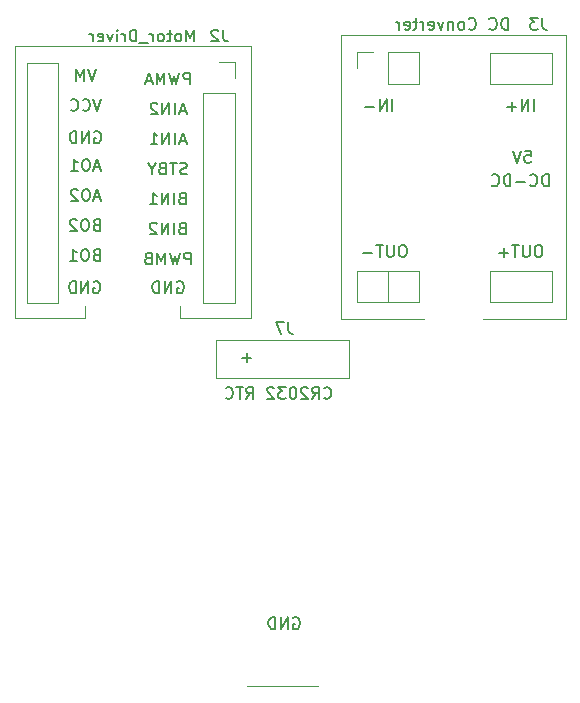
<source format=gbr>
%TF.GenerationSoftware,KiCad,Pcbnew,(6.0.4)*%
%TF.CreationDate,2022-05-12T17:17:44+09:00*%
%TF.ProjectId,0506,30353036-2e6b-4696-9361-645f70636258,rev?*%
%TF.SameCoordinates,Original*%
%TF.FileFunction,Legend,Bot*%
%TF.FilePolarity,Positive*%
%FSLAX46Y46*%
G04 Gerber Fmt 4.6, Leading zero omitted, Abs format (unit mm)*
G04 Created by KiCad (PCBNEW (6.0.4)) date 2022-05-12 17:17:44*
%MOMM*%
%LPD*%
G01*
G04 APERTURE LIST*
%ADD10C,0.150000*%
%ADD11C,0.120000*%
G04 APERTURE END LIST*
D10*
X133861904Y-82050000D02*
X133957142Y-82002380D01*
X134100000Y-82002380D01*
X134242857Y-82050000D01*
X134338095Y-82145238D01*
X134385714Y-82240476D01*
X134433333Y-82430952D01*
X134433333Y-82573809D01*
X134385714Y-82764285D01*
X134338095Y-82859523D01*
X134242857Y-82954761D01*
X134100000Y-83002380D01*
X134004761Y-83002380D01*
X133861904Y-82954761D01*
X133814285Y-82907142D01*
X133814285Y-82573809D01*
X134004761Y-82573809D01*
X133385714Y-83002380D02*
X133385714Y-82002380D01*
X132814285Y-83002380D01*
X132814285Y-82002380D01*
X132338095Y-83002380D02*
X132338095Y-82002380D01*
X132100000Y-82002380D01*
X131957142Y-82050000D01*
X131861904Y-82145238D01*
X131814285Y-82240476D01*
X131766666Y-82430952D01*
X131766666Y-82573809D01*
X131814285Y-82764285D01*
X131861904Y-82859523D01*
X131957142Y-82954761D01*
X132100000Y-83002380D01*
X132338095Y-83002380D01*
X150748904Y-110498000D02*
X150844142Y-110450380D01*
X150987000Y-110450380D01*
X151129857Y-110498000D01*
X151225095Y-110593238D01*
X151272714Y-110688476D01*
X151320333Y-110878952D01*
X151320333Y-111021809D01*
X151272714Y-111212285D01*
X151225095Y-111307523D01*
X151129857Y-111402761D01*
X150987000Y-111450380D01*
X150891761Y-111450380D01*
X150748904Y-111402761D01*
X150701285Y-111355142D01*
X150701285Y-111021809D01*
X150891761Y-111021809D01*
X150272714Y-111450380D02*
X150272714Y-110450380D01*
X149701285Y-111450380D01*
X149701285Y-110450380D01*
X149225095Y-111450380D02*
X149225095Y-110450380D01*
X148987000Y-110450380D01*
X148844142Y-110498000D01*
X148748904Y-110593238D01*
X148701285Y-110688476D01*
X148653666Y-110878952D01*
X148653666Y-111021809D01*
X148701285Y-111212285D01*
X148748904Y-111307523D01*
X148844142Y-111402761D01*
X148987000Y-111450380D01*
X149225095Y-111450380D01*
X147192952Y-88463428D02*
X146431047Y-88463428D01*
X146812000Y-88844380D02*
X146812000Y-88082476D01*
X172380952Y-73952380D02*
X172380952Y-72952380D01*
X172142857Y-72952380D01*
X172000000Y-73000000D01*
X171904761Y-73095238D01*
X171857142Y-73190476D01*
X171809523Y-73380952D01*
X171809523Y-73523809D01*
X171857142Y-73714285D01*
X171904761Y-73809523D01*
X172000000Y-73904761D01*
X172142857Y-73952380D01*
X172380952Y-73952380D01*
X170809523Y-73857142D02*
X170857142Y-73904761D01*
X171000000Y-73952380D01*
X171095238Y-73952380D01*
X171238095Y-73904761D01*
X171333333Y-73809523D01*
X171380952Y-73714285D01*
X171428571Y-73523809D01*
X171428571Y-73380952D01*
X171380952Y-73190476D01*
X171333333Y-73095238D01*
X171238095Y-73000000D01*
X171095238Y-72952380D01*
X171000000Y-72952380D01*
X170857142Y-73000000D01*
X170809523Y-73047619D01*
X170380952Y-73571428D02*
X169619047Y-73571428D01*
X169142857Y-73952380D02*
X169142857Y-72952380D01*
X168904761Y-72952380D01*
X168761904Y-73000000D01*
X168666666Y-73095238D01*
X168619047Y-73190476D01*
X168571428Y-73380952D01*
X168571428Y-73523809D01*
X168619047Y-73714285D01*
X168666666Y-73809523D01*
X168761904Y-73904761D01*
X168904761Y-73952380D01*
X169142857Y-73952380D01*
X167571428Y-73857142D02*
X167619047Y-73904761D01*
X167761904Y-73952380D01*
X167857142Y-73952380D01*
X168000000Y-73904761D01*
X168095238Y-73809523D01*
X168142857Y-73714285D01*
X168190476Y-73523809D01*
X168190476Y-73380952D01*
X168142857Y-73190476D01*
X168095238Y-73095238D01*
X168000000Y-73000000D01*
X167857142Y-72952380D01*
X167761904Y-72952380D01*
X167619047Y-73000000D01*
X167571428Y-73047619D01*
%TO.C,J2*%
X144833333Y-60702380D02*
X144833333Y-61416666D01*
X144880952Y-61559523D01*
X144976190Y-61654761D01*
X145119047Y-61702380D01*
X145214285Y-61702380D01*
X144404761Y-60797619D02*
X144357142Y-60750000D01*
X144261904Y-60702380D01*
X144023809Y-60702380D01*
X143928571Y-60750000D01*
X143880952Y-60797619D01*
X143833333Y-60892857D01*
X143833333Y-60988095D01*
X143880952Y-61130952D01*
X144452380Y-61702380D01*
X143833333Y-61702380D01*
X142380952Y-61702380D02*
X142380952Y-60702380D01*
X142047619Y-61416666D01*
X141714285Y-60702380D01*
X141714285Y-61702380D01*
X141095238Y-61702380D02*
X141190476Y-61654761D01*
X141238095Y-61607142D01*
X141285714Y-61511904D01*
X141285714Y-61226190D01*
X141238095Y-61130952D01*
X141190476Y-61083333D01*
X141095238Y-61035714D01*
X140952380Y-61035714D01*
X140857142Y-61083333D01*
X140809523Y-61130952D01*
X140761904Y-61226190D01*
X140761904Y-61511904D01*
X140809523Y-61607142D01*
X140857142Y-61654761D01*
X140952380Y-61702380D01*
X141095238Y-61702380D01*
X140476190Y-61035714D02*
X140095238Y-61035714D01*
X140333333Y-60702380D02*
X140333333Y-61559523D01*
X140285714Y-61654761D01*
X140190476Y-61702380D01*
X140095238Y-61702380D01*
X139619047Y-61702380D02*
X139714285Y-61654761D01*
X139761904Y-61607142D01*
X139809523Y-61511904D01*
X139809523Y-61226190D01*
X139761904Y-61130952D01*
X139714285Y-61083333D01*
X139619047Y-61035714D01*
X139476190Y-61035714D01*
X139380952Y-61083333D01*
X139333333Y-61130952D01*
X139285714Y-61226190D01*
X139285714Y-61511904D01*
X139333333Y-61607142D01*
X139380952Y-61654761D01*
X139476190Y-61702380D01*
X139619047Y-61702380D01*
X138857142Y-61702380D02*
X138857142Y-61035714D01*
X138857142Y-61226190D02*
X138809523Y-61130952D01*
X138761904Y-61083333D01*
X138666666Y-61035714D01*
X138571428Y-61035714D01*
X138476190Y-61797619D02*
X137714285Y-61797619D01*
X137476190Y-61702380D02*
X137476190Y-60702380D01*
X137238095Y-60702380D01*
X137095238Y-60750000D01*
X137000000Y-60845238D01*
X136952380Y-60940476D01*
X136904761Y-61130952D01*
X136904761Y-61273809D01*
X136952380Y-61464285D01*
X137000000Y-61559523D01*
X137095238Y-61654761D01*
X137238095Y-61702380D01*
X137476190Y-61702380D01*
X136476190Y-61702380D02*
X136476190Y-61035714D01*
X136476190Y-61226190D02*
X136428571Y-61130952D01*
X136380952Y-61083333D01*
X136285714Y-61035714D01*
X136190476Y-61035714D01*
X135857142Y-61702380D02*
X135857142Y-61035714D01*
X135857142Y-60702380D02*
X135904761Y-60750000D01*
X135857142Y-60797619D01*
X135809523Y-60750000D01*
X135857142Y-60702380D01*
X135857142Y-60797619D01*
X135476190Y-61035714D02*
X135238095Y-61702380D01*
X135000000Y-61035714D01*
X134238095Y-61654761D02*
X134333333Y-61702380D01*
X134523809Y-61702380D01*
X134619047Y-61654761D01*
X134666666Y-61559523D01*
X134666666Y-61178571D01*
X134619047Y-61083333D01*
X134523809Y-61035714D01*
X134333333Y-61035714D01*
X134238095Y-61083333D01*
X134190476Y-61178571D01*
X134190476Y-61273809D01*
X134666666Y-61369047D01*
X133761904Y-61702380D02*
X133761904Y-61035714D01*
X133761904Y-61226190D02*
X133714285Y-61130952D01*
X133666666Y-61083333D01*
X133571428Y-61035714D01*
X133476190Y-61035714D01*
X134088571Y-79748571D02*
X133945714Y-79796190D01*
X133898095Y-79843809D01*
X133850476Y-79939047D01*
X133850476Y-80081904D01*
X133898095Y-80177142D01*
X133945714Y-80224761D01*
X134040952Y-80272380D01*
X134421904Y-80272380D01*
X134421904Y-79272380D01*
X134088571Y-79272380D01*
X133993333Y-79320000D01*
X133945714Y-79367619D01*
X133898095Y-79462857D01*
X133898095Y-79558095D01*
X133945714Y-79653333D01*
X133993333Y-79700952D01*
X134088571Y-79748571D01*
X134421904Y-79748571D01*
X133231428Y-79272380D02*
X133040952Y-79272380D01*
X132945714Y-79320000D01*
X132850476Y-79415238D01*
X132802857Y-79605714D01*
X132802857Y-79939047D01*
X132850476Y-80129523D01*
X132945714Y-80224761D01*
X133040952Y-80272380D01*
X133231428Y-80272380D01*
X133326666Y-80224761D01*
X133421904Y-80129523D01*
X133469523Y-79939047D01*
X133469523Y-79605714D01*
X133421904Y-79415238D01*
X133326666Y-79320000D01*
X133231428Y-79272380D01*
X131850476Y-80272380D02*
X132421904Y-80272380D01*
X132136190Y-80272380D02*
X132136190Y-79272380D01*
X132231428Y-79415238D01*
X132326666Y-79510476D01*
X132421904Y-79558095D01*
X140921904Y-82050000D02*
X141017142Y-82002380D01*
X141160000Y-82002380D01*
X141302857Y-82050000D01*
X141398095Y-82145238D01*
X141445714Y-82240476D01*
X141493333Y-82430952D01*
X141493333Y-82573809D01*
X141445714Y-82764285D01*
X141398095Y-82859523D01*
X141302857Y-82954761D01*
X141160000Y-83002380D01*
X141064761Y-83002380D01*
X140921904Y-82954761D01*
X140874285Y-82907142D01*
X140874285Y-82573809D01*
X141064761Y-82573809D01*
X140445714Y-83002380D02*
X140445714Y-82002380D01*
X139874285Y-83002380D01*
X139874285Y-82002380D01*
X139398095Y-83002380D02*
X139398095Y-82002380D01*
X139160000Y-82002380D01*
X139017142Y-82050000D01*
X138921904Y-82145238D01*
X138874285Y-82240476D01*
X138826666Y-82430952D01*
X138826666Y-82573809D01*
X138874285Y-82764285D01*
X138921904Y-82859523D01*
X139017142Y-82954761D01*
X139160000Y-83002380D01*
X139398095Y-83002380D01*
X133921904Y-69350000D02*
X134017142Y-69302380D01*
X134160000Y-69302380D01*
X134302857Y-69350000D01*
X134398095Y-69445238D01*
X134445714Y-69540476D01*
X134493333Y-69730952D01*
X134493333Y-69873809D01*
X134445714Y-70064285D01*
X134398095Y-70159523D01*
X134302857Y-70254761D01*
X134160000Y-70302380D01*
X134064761Y-70302380D01*
X133921904Y-70254761D01*
X133874285Y-70207142D01*
X133874285Y-69873809D01*
X134064761Y-69873809D01*
X133445714Y-70302380D02*
X133445714Y-69302380D01*
X132874285Y-70302380D01*
X132874285Y-69302380D01*
X132398095Y-70302380D02*
X132398095Y-69302380D01*
X132160000Y-69302380D01*
X132017142Y-69350000D01*
X131921904Y-69445238D01*
X131874285Y-69540476D01*
X131826666Y-69730952D01*
X131826666Y-69873809D01*
X131874285Y-70064285D01*
X131921904Y-70159523D01*
X132017142Y-70254761D01*
X132160000Y-70302380D01*
X132398095Y-70302380D01*
X134398095Y-72366666D02*
X133921904Y-72366666D01*
X134493333Y-72652380D02*
X134160000Y-71652380D01*
X133826666Y-72652380D01*
X133302857Y-71652380D02*
X133112380Y-71652380D01*
X133017142Y-71700000D01*
X132921904Y-71795238D01*
X132874285Y-71985714D01*
X132874285Y-72319047D01*
X132921904Y-72509523D01*
X133017142Y-72604761D01*
X133112380Y-72652380D01*
X133302857Y-72652380D01*
X133398095Y-72604761D01*
X133493333Y-72509523D01*
X133540952Y-72319047D01*
X133540952Y-71985714D01*
X133493333Y-71795238D01*
X133398095Y-71700000D01*
X133302857Y-71652380D01*
X131921904Y-72652380D02*
X132493333Y-72652380D01*
X132207619Y-72652380D02*
X132207619Y-71652380D01*
X132302857Y-71795238D01*
X132398095Y-71890476D01*
X132493333Y-71938095D01*
X141636190Y-67586666D02*
X141160000Y-67586666D01*
X141731428Y-67872380D02*
X141398095Y-66872380D01*
X141064761Y-67872380D01*
X140731428Y-67872380D02*
X140731428Y-66872380D01*
X140255238Y-67872380D02*
X140255238Y-66872380D01*
X139683809Y-67872380D01*
X139683809Y-66872380D01*
X139255238Y-66967619D02*
X139207619Y-66920000D01*
X139112380Y-66872380D01*
X138874285Y-66872380D01*
X138779047Y-66920000D01*
X138731428Y-66967619D01*
X138683809Y-67062857D01*
X138683809Y-67158095D01*
X138731428Y-67300952D01*
X139302857Y-67872380D01*
X138683809Y-67872380D01*
X142064761Y-80572380D02*
X142064761Y-79572380D01*
X141683809Y-79572380D01*
X141588571Y-79620000D01*
X141540952Y-79667619D01*
X141493333Y-79762857D01*
X141493333Y-79905714D01*
X141540952Y-80000952D01*
X141588571Y-80048571D01*
X141683809Y-80096190D01*
X142064761Y-80096190D01*
X141160000Y-79572380D02*
X140921904Y-80572380D01*
X140731428Y-79858095D01*
X140540952Y-80572380D01*
X140302857Y-79572380D01*
X139921904Y-80572380D02*
X139921904Y-79572380D01*
X139588571Y-80286666D01*
X139255238Y-79572380D01*
X139255238Y-80572380D01*
X138445714Y-80048571D02*
X138302857Y-80096190D01*
X138255238Y-80143809D01*
X138207619Y-80239047D01*
X138207619Y-80381904D01*
X138255238Y-80477142D01*
X138302857Y-80524761D01*
X138398095Y-80572380D01*
X138779047Y-80572380D01*
X138779047Y-79572380D01*
X138445714Y-79572380D01*
X138350476Y-79620000D01*
X138302857Y-79667619D01*
X138255238Y-79762857D01*
X138255238Y-79858095D01*
X138302857Y-79953333D01*
X138350476Y-80000952D01*
X138445714Y-80048571D01*
X138779047Y-80048571D01*
X134493333Y-66572380D02*
X134160000Y-67572380D01*
X133826666Y-66572380D01*
X132921904Y-67477142D02*
X132969523Y-67524761D01*
X133112380Y-67572380D01*
X133207619Y-67572380D01*
X133350476Y-67524761D01*
X133445714Y-67429523D01*
X133493333Y-67334285D01*
X133540952Y-67143809D01*
X133540952Y-67000952D01*
X133493333Y-66810476D01*
X133445714Y-66715238D01*
X133350476Y-66620000D01*
X133207619Y-66572380D01*
X133112380Y-66572380D01*
X132969523Y-66620000D01*
X132921904Y-66667619D01*
X131921904Y-67477142D02*
X131969523Y-67524761D01*
X132112380Y-67572380D01*
X132207619Y-67572380D01*
X132350476Y-67524761D01*
X132445714Y-67429523D01*
X132493333Y-67334285D01*
X132540952Y-67143809D01*
X132540952Y-67000952D01*
X132493333Y-66810476D01*
X132445714Y-66715238D01*
X132350476Y-66620000D01*
X132207619Y-66572380D01*
X132112380Y-66572380D01*
X131969523Y-66620000D01*
X131921904Y-66667619D01*
X141326666Y-77508571D02*
X141183809Y-77556190D01*
X141136190Y-77603809D01*
X141088571Y-77699047D01*
X141088571Y-77841904D01*
X141136190Y-77937142D01*
X141183809Y-77984761D01*
X141279047Y-78032380D01*
X141660000Y-78032380D01*
X141660000Y-77032380D01*
X141326666Y-77032380D01*
X141231428Y-77080000D01*
X141183809Y-77127619D01*
X141136190Y-77222857D01*
X141136190Y-77318095D01*
X141183809Y-77413333D01*
X141231428Y-77460952D01*
X141326666Y-77508571D01*
X141660000Y-77508571D01*
X140660000Y-78032380D02*
X140660000Y-77032380D01*
X140183809Y-78032380D02*
X140183809Y-77032380D01*
X139612380Y-78032380D01*
X139612380Y-77032380D01*
X139183809Y-77127619D02*
X139136190Y-77080000D01*
X139040952Y-77032380D01*
X138802857Y-77032380D01*
X138707619Y-77080000D01*
X138660000Y-77127619D01*
X138612380Y-77222857D01*
X138612380Y-77318095D01*
X138660000Y-77460952D01*
X139231428Y-78032380D01*
X138612380Y-78032380D01*
X141993333Y-65332380D02*
X141993333Y-64332380D01*
X141612380Y-64332380D01*
X141517142Y-64380000D01*
X141469523Y-64427619D01*
X141421904Y-64522857D01*
X141421904Y-64665714D01*
X141469523Y-64760952D01*
X141517142Y-64808571D01*
X141612380Y-64856190D01*
X141993333Y-64856190D01*
X141088571Y-64332380D02*
X140850476Y-65332380D01*
X140660000Y-64618095D01*
X140469523Y-65332380D01*
X140231428Y-64332380D01*
X139850476Y-65332380D02*
X139850476Y-64332380D01*
X139517142Y-65046666D01*
X139183809Y-64332380D01*
X139183809Y-65332380D01*
X138755238Y-65046666D02*
X138279047Y-65046666D01*
X138850476Y-65332380D02*
X138517142Y-64332380D01*
X138183809Y-65332380D01*
X141326666Y-74968571D02*
X141183809Y-75016190D01*
X141136190Y-75063809D01*
X141088571Y-75159047D01*
X141088571Y-75301904D01*
X141136190Y-75397142D01*
X141183809Y-75444761D01*
X141279047Y-75492380D01*
X141660000Y-75492380D01*
X141660000Y-74492380D01*
X141326666Y-74492380D01*
X141231428Y-74540000D01*
X141183809Y-74587619D01*
X141136190Y-74682857D01*
X141136190Y-74778095D01*
X141183809Y-74873333D01*
X141231428Y-74920952D01*
X141326666Y-74968571D01*
X141660000Y-74968571D01*
X140660000Y-75492380D02*
X140660000Y-74492380D01*
X140183809Y-75492380D02*
X140183809Y-74492380D01*
X139612380Y-75492380D01*
X139612380Y-74492380D01*
X138612380Y-75492380D02*
X139183809Y-75492380D01*
X138898095Y-75492380D02*
X138898095Y-74492380D01*
X138993333Y-74635238D01*
X139088571Y-74730476D01*
X139183809Y-74778095D01*
X141755238Y-72904761D02*
X141612380Y-72952380D01*
X141374285Y-72952380D01*
X141279047Y-72904761D01*
X141231428Y-72857142D01*
X141183809Y-72761904D01*
X141183809Y-72666666D01*
X141231428Y-72571428D01*
X141279047Y-72523809D01*
X141374285Y-72476190D01*
X141564761Y-72428571D01*
X141660000Y-72380952D01*
X141707619Y-72333333D01*
X141755238Y-72238095D01*
X141755238Y-72142857D01*
X141707619Y-72047619D01*
X141660000Y-72000000D01*
X141564761Y-71952380D01*
X141326666Y-71952380D01*
X141183809Y-72000000D01*
X140898095Y-71952380D02*
X140326666Y-71952380D01*
X140612380Y-72952380D02*
X140612380Y-71952380D01*
X139660000Y-72428571D02*
X139517142Y-72476190D01*
X139469523Y-72523809D01*
X139421904Y-72619047D01*
X139421904Y-72761904D01*
X139469523Y-72857142D01*
X139517142Y-72904761D01*
X139612380Y-72952380D01*
X139993333Y-72952380D01*
X139993333Y-71952380D01*
X139660000Y-71952380D01*
X139564761Y-72000000D01*
X139517142Y-72047619D01*
X139469523Y-72142857D01*
X139469523Y-72238095D01*
X139517142Y-72333333D01*
X139564761Y-72380952D01*
X139660000Y-72428571D01*
X139993333Y-72428571D01*
X138802857Y-72476190D02*
X138802857Y-72952380D01*
X139136190Y-71952380D02*
X138802857Y-72476190D01*
X138469523Y-71952380D01*
X134088571Y-77208571D02*
X133945714Y-77256190D01*
X133898095Y-77303809D01*
X133850476Y-77399047D01*
X133850476Y-77541904D01*
X133898095Y-77637142D01*
X133945714Y-77684761D01*
X134040952Y-77732380D01*
X134421904Y-77732380D01*
X134421904Y-76732380D01*
X134088571Y-76732380D01*
X133993333Y-76780000D01*
X133945714Y-76827619D01*
X133898095Y-76922857D01*
X133898095Y-77018095D01*
X133945714Y-77113333D01*
X133993333Y-77160952D01*
X134088571Y-77208571D01*
X134421904Y-77208571D01*
X133231428Y-76732380D02*
X133040952Y-76732380D01*
X132945714Y-76780000D01*
X132850476Y-76875238D01*
X132802857Y-77065714D01*
X132802857Y-77399047D01*
X132850476Y-77589523D01*
X132945714Y-77684761D01*
X133040952Y-77732380D01*
X133231428Y-77732380D01*
X133326666Y-77684761D01*
X133421904Y-77589523D01*
X133469523Y-77399047D01*
X133469523Y-77065714D01*
X133421904Y-76875238D01*
X133326666Y-76780000D01*
X133231428Y-76732380D01*
X132421904Y-76827619D02*
X132374285Y-76780000D01*
X132279047Y-76732380D01*
X132040952Y-76732380D01*
X131945714Y-76780000D01*
X131898095Y-76827619D01*
X131850476Y-76922857D01*
X131850476Y-77018095D01*
X131898095Y-77160952D01*
X132469523Y-77732380D01*
X131850476Y-77732380D01*
X134064761Y-64032380D02*
X133731428Y-65032380D01*
X133398095Y-64032380D01*
X133064761Y-65032380D02*
X133064761Y-64032380D01*
X132731428Y-64746666D01*
X132398095Y-64032380D01*
X132398095Y-65032380D01*
X134398095Y-74906666D02*
X133921904Y-74906666D01*
X134493333Y-75192380D02*
X134160000Y-74192380D01*
X133826666Y-75192380D01*
X133302857Y-74192380D02*
X133112380Y-74192380D01*
X133017142Y-74240000D01*
X132921904Y-74335238D01*
X132874285Y-74525714D01*
X132874285Y-74859047D01*
X132921904Y-75049523D01*
X133017142Y-75144761D01*
X133112380Y-75192380D01*
X133302857Y-75192380D01*
X133398095Y-75144761D01*
X133493333Y-75049523D01*
X133540952Y-74859047D01*
X133540952Y-74525714D01*
X133493333Y-74335238D01*
X133398095Y-74240000D01*
X133302857Y-74192380D01*
X132493333Y-74287619D02*
X132445714Y-74240000D01*
X132350476Y-74192380D01*
X132112380Y-74192380D01*
X132017142Y-74240000D01*
X131969523Y-74287619D01*
X131921904Y-74382857D01*
X131921904Y-74478095D01*
X131969523Y-74620952D01*
X132540952Y-75192380D01*
X131921904Y-75192380D01*
X141636190Y-70126666D02*
X141160000Y-70126666D01*
X141731428Y-70412380D02*
X141398095Y-69412380D01*
X141064761Y-70412380D01*
X140731428Y-70412380D02*
X140731428Y-69412380D01*
X140255238Y-70412380D02*
X140255238Y-69412380D01*
X139683809Y-70412380D01*
X139683809Y-69412380D01*
X138683809Y-70412380D02*
X139255238Y-70412380D01*
X138969523Y-70412380D02*
X138969523Y-69412380D01*
X139064761Y-69555238D01*
X139160000Y-69650476D01*
X139255238Y-69698095D01*
%TO.C,J3*%
X171833333Y-59702380D02*
X171833333Y-60416666D01*
X171880952Y-60559523D01*
X171976190Y-60654761D01*
X172119047Y-60702380D01*
X172214285Y-60702380D01*
X171452380Y-59702380D02*
X170833333Y-59702380D01*
X171166666Y-60083333D01*
X171023809Y-60083333D01*
X170928571Y-60130952D01*
X170880952Y-60178571D01*
X170833333Y-60273809D01*
X170833333Y-60511904D01*
X170880952Y-60607142D01*
X170928571Y-60654761D01*
X171023809Y-60702380D01*
X171309523Y-60702380D01*
X171404761Y-60654761D01*
X171452380Y-60607142D01*
X168940476Y-60702380D02*
X168940476Y-59702380D01*
X168702380Y-59702380D01*
X168559523Y-59750000D01*
X168464285Y-59845238D01*
X168416666Y-59940476D01*
X168369047Y-60130952D01*
X168369047Y-60273809D01*
X168416666Y-60464285D01*
X168464285Y-60559523D01*
X168559523Y-60654761D01*
X168702380Y-60702380D01*
X168940476Y-60702380D01*
X167369047Y-60607142D02*
X167416666Y-60654761D01*
X167559523Y-60702380D01*
X167654761Y-60702380D01*
X167797619Y-60654761D01*
X167892857Y-60559523D01*
X167940476Y-60464285D01*
X167988095Y-60273809D01*
X167988095Y-60130952D01*
X167940476Y-59940476D01*
X167892857Y-59845238D01*
X167797619Y-59750000D01*
X167654761Y-59702380D01*
X167559523Y-59702380D01*
X167416666Y-59750000D01*
X167369047Y-59797619D01*
X165607142Y-60607142D02*
X165654761Y-60654761D01*
X165797619Y-60702380D01*
X165892857Y-60702380D01*
X166035714Y-60654761D01*
X166130952Y-60559523D01*
X166178571Y-60464285D01*
X166226190Y-60273809D01*
X166226190Y-60130952D01*
X166178571Y-59940476D01*
X166130952Y-59845238D01*
X166035714Y-59750000D01*
X165892857Y-59702380D01*
X165797619Y-59702380D01*
X165654761Y-59750000D01*
X165607142Y-59797619D01*
X165035714Y-60702380D02*
X165130952Y-60654761D01*
X165178571Y-60607142D01*
X165226190Y-60511904D01*
X165226190Y-60226190D01*
X165178571Y-60130952D01*
X165130952Y-60083333D01*
X165035714Y-60035714D01*
X164892857Y-60035714D01*
X164797619Y-60083333D01*
X164750000Y-60130952D01*
X164702380Y-60226190D01*
X164702380Y-60511904D01*
X164750000Y-60607142D01*
X164797619Y-60654761D01*
X164892857Y-60702380D01*
X165035714Y-60702380D01*
X164273809Y-60035714D02*
X164273809Y-60702380D01*
X164273809Y-60130952D02*
X164226190Y-60083333D01*
X164130952Y-60035714D01*
X163988095Y-60035714D01*
X163892857Y-60083333D01*
X163845238Y-60178571D01*
X163845238Y-60702380D01*
X163464285Y-60035714D02*
X163226190Y-60702380D01*
X162988095Y-60035714D01*
X162226190Y-60654761D02*
X162321428Y-60702380D01*
X162511904Y-60702380D01*
X162607142Y-60654761D01*
X162654761Y-60559523D01*
X162654761Y-60178571D01*
X162607142Y-60083333D01*
X162511904Y-60035714D01*
X162321428Y-60035714D01*
X162226190Y-60083333D01*
X162178571Y-60178571D01*
X162178571Y-60273809D01*
X162654761Y-60369047D01*
X161750000Y-60702380D02*
X161750000Y-60035714D01*
X161750000Y-60226190D02*
X161702380Y-60130952D01*
X161654761Y-60083333D01*
X161559523Y-60035714D01*
X161464285Y-60035714D01*
X161273809Y-60035714D02*
X160892857Y-60035714D01*
X161130952Y-59702380D02*
X161130952Y-60559523D01*
X161083333Y-60654761D01*
X160988095Y-60702380D01*
X160892857Y-60702380D01*
X160178571Y-60654761D02*
X160273809Y-60702380D01*
X160464285Y-60702380D01*
X160559523Y-60654761D01*
X160607142Y-60559523D01*
X160607142Y-60178571D01*
X160559523Y-60083333D01*
X160464285Y-60035714D01*
X160273809Y-60035714D01*
X160178571Y-60083333D01*
X160130952Y-60178571D01*
X160130952Y-60273809D01*
X160607142Y-60369047D01*
X159702380Y-60702380D02*
X159702380Y-60035714D01*
X159702380Y-60226190D02*
X159654761Y-60130952D01*
X159607142Y-60083333D01*
X159511904Y-60035714D01*
X159416666Y-60035714D01*
X171619047Y-78952380D02*
X171428571Y-78952380D01*
X171333333Y-79000000D01*
X171238095Y-79095238D01*
X171190476Y-79285714D01*
X171190476Y-79619047D01*
X171238095Y-79809523D01*
X171333333Y-79904761D01*
X171428571Y-79952380D01*
X171619047Y-79952380D01*
X171714285Y-79904761D01*
X171809523Y-79809523D01*
X171857142Y-79619047D01*
X171857142Y-79285714D01*
X171809523Y-79095238D01*
X171714285Y-79000000D01*
X171619047Y-78952380D01*
X170761904Y-78952380D02*
X170761904Y-79761904D01*
X170714285Y-79857142D01*
X170666666Y-79904761D01*
X170571428Y-79952380D01*
X170380952Y-79952380D01*
X170285714Y-79904761D01*
X170238095Y-79857142D01*
X170190476Y-79761904D01*
X170190476Y-78952380D01*
X169857142Y-78952380D02*
X169285714Y-78952380D01*
X169571428Y-79952380D02*
X169571428Y-78952380D01*
X168952380Y-79571428D02*
X168190476Y-79571428D01*
X168571428Y-79952380D02*
X168571428Y-79190476D01*
X160119047Y-78952380D02*
X159928571Y-78952380D01*
X159833333Y-79000000D01*
X159738095Y-79095238D01*
X159690476Y-79285714D01*
X159690476Y-79619047D01*
X159738095Y-79809523D01*
X159833333Y-79904761D01*
X159928571Y-79952380D01*
X160119047Y-79952380D01*
X160214285Y-79904761D01*
X160309523Y-79809523D01*
X160357142Y-79619047D01*
X160357142Y-79285714D01*
X160309523Y-79095238D01*
X160214285Y-79000000D01*
X160119047Y-78952380D01*
X159261904Y-78952380D02*
X159261904Y-79761904D01*
X159214285Y-79857142D01*
X159166666Y-79904761D01*
X159071428Y-79952380D01*
X158880952Y-79952380D01*
X158785714Y-79904761D01*
X158738095Y-79857142D01*
X158690476Y-79761904D01*
X158690476Y-78952380D01*
X158357142Y-78952380D02*
X157785714Y-78952380D01*
X158071428Y-79952380D02*
X158071428Y-78952380D01*
X157452380Y-79571428D02*
X156690476Y-79571428D01*
X170370476Y-70952380D02*
X170846666Y-70952380D01*
X170894285Y-71428571D01*
X170846666Y-71380952D01*
X170751428Y-71333333D01*
X170513333Y-71333333D01*
X170418095Y-71380952D01*
X170370476Y-71428571D01*
X170322857Y-71523809D01*
X170322857Y-71761904D01*
X170370476Y-71857142D01*
X170418095Y-71904761D01*
X170513333Y-71952380D01*
X170751428Y-71952380D01*
X170846666Y-71904761D01*
X170894285Y-71857142D01*
X170037142Y-70952380D02*
X169703809Y-71952380D01*
X169370476Y-70952380D01*
X171142857Y-67612380D02*
X171142857Y-66612380D01*
X170666666Y-67612380D02*
X170666666Y-66612380D01*
X170095238Y-67612380D01*
X170095238Y-66612380D01*
X169619047Y-67231428D02*
X168857142Y-67231428D01*
X169238095Y-67612380D02*
X169238095Y-66850476D01*
X159142857Y-67612380D02*
X159142857Y-66612380D01*
X158666666Y-67612380D02*
X158666666Y-66612380D01*
X158095238Y-67612380D01*
X158095238Y-66612380D01*
X157619047Y-67231428D02*
X156857142Y-67231428D01*
%TO.C,J7*%
X150333333Y-85452380D02*
X150333333Y-86166666D01*
X150380952Y-86309523D01*
X150476190Y-86404761D01*
X150619047Y-86452380D01*
X150714285Y-86452380D01*
X149952380Y-85452380D02*
X149285714Y-85452380D01*
X149714285Y-86452380D01*
X153357142Y-91857142D02*
X153404761Y-91904761D01*
X153547619Y-91952380D01*
X153642857Y-91952380D01*
X153785714Y-91904761D01*
X153880952Y-91809523D01*
X153928571Y-91714285D01*
X153976190Y-91523809D01*
X153976190Y-91380952D01*
X153928571Y-91190476D01*
X153880952Y-91095238D01*
X153785714Y-91000000D01*
X153642857Y-90952380D01*
X153547619Y-90952380D01*
X153404761Y-91000000D01*
X153357142Y-91047619D01*
X152357142Y-91952380D02*
X152690476Y-91476190D01*
X152928571Y-91952380D02*
X152928571Y-90952380D01*
X152547619Y-90952380D01*
X152452380Y-91000000D01*
X152404761Y-91047619D01*
X152357142Y-91142857D01*
X152357142Y-91285714D01*
X152404761Y-91380952D01*
X152452380Y-91428571D01*
X152547619Y-91476190D01*
X152928571Y-91476190D01*
X151976190Y-91047619D02*
X151928571Y-91000000D01*
X151833333Y-90952380D01*
X151595238Y-90952380D01*
X151500000Y-91000000D01*
X151452380Y-91047619D01*
X151404761Y-91142857D01*
X151404761Y-91238095D01*
X151452380Y-91380952D01*
X152023809Y-91952380D01*
X151404761Y-91952380D01*
X150785714Y-90952380D02*
X150690476Y-90952380D01*
X150595238Y-91000000D01*
X150547619Y-91047619D01*
X150500000Y-91142857D01*
X150452380Y-91333333D01*
X150452380Y-91571428D01*
X150500000Y-91761904D01*
X150547619Y-91857142D01*
X150595238Y-91904761D01*
X150690476Y-91952380D01*
X150785714Y-91952380D01*
X150880952Y-91904761D01*
X150928571Y-91857142D01*
X150976190Y-91761904D01*
X151023809Y-91571428D01*
X151023809Y-91333333D01*
X150976190Y-91142857D01*
X150928571Y-91047619D01*
X150880952Y-91000000D01*
X150785714Y-90952380D01*
X150119047Y-90952380D02*
X149500000Y-90952380D01*
X149833333Y-91333333D01*
X149690476Y-91333333D01*
X149595238Y-91380952D01*
X149547619Y-91428571D01*
X149500000Y-91523809D01*
X149500000Y-91761904D01*
X149547619Y-91857142D01*
X149595238Y-91904761D01*
X149690476Y-91952380D01*
X149976190Y-91952380D01*
X150071428Y-91904761D01*
X150119047Y-91857142D01*
X149119047Y-91047619D02*
X149071428Y-91000000D01*
X148976190Y-90952380D01*
X148738095Y-90952380D01*
X148642857Y-91000000D01*
X148595238Y-91047619D01*
X148547619Y-91142857D01*
X148547619Y-91238095D01*
X148595238Y-91380952D01*
X149166666Y-91952380D01*
X148547619Y-91952380D01*
X146785714Y-91952380D02*
X147119047Y-91476190D01*
X147357142Y-91952380D02*
X147357142Y-90952380D01*
X146976190Y-90952380D01*
X146880952Y-91000000D01*
X146833333Y-91047619D01*
X146785714Y-91142857D01*
X146785714Y-91285714D01*
X146833333Y-91380952D01*
X146880952Y-91428571D01*
X146976190Y-91476190D01*
X147357142Y-91476190D01*
X146500000Y-90952380D02*
X145928571Y-90952380D01*
X146214285Y-91952380D02*
X146214285Y-90952380D01*
X145023809Y-91857142D02*
X145071428Y-91904761D01*
X145214285Y-91952380D01*
X145309523Y-91952380D01*
X145452380Y-91904761D01*
X145547619Y-91809523D01*
X145595238Y-91714285D01*
X145642857Y-91523809D01*
X145642857Y-91380952D01*
X145595238Y-91190476D01*
X145547619Y-91095238D01*
X145452380Y-91000000D01*
X145309523Y-90952380D01*
X145214285Y-90952380D01*
X145071428Y-91000000D01*
X145023809Y-91047619D01*
D11*
%TO.C,J2*%
X147160000Y-62120000D02*
X147160000Y-85120000D01*
X145792500Y-66040000D02*
X145792500Y-83880000D01*
X130870000Y-83880000D02*
X128210000Y-83880000D01*
X130870000Y-63500000D02*
X130870000Y-83880000D01*
X128210000Y-63500000D02*
X128210000Y-83880000D01*
X145792500Y-64770000D02*
X145792500Y-63440000D01*
X130870000Y-63500000D02*
X128210000Y-63500000D01*
X127160000Y-62120000D02*
X127160000Y-85120000D01*
X145792500Y-66040000D02*
X143132500Y-66040000D01*
X143132500Y-66040000D02*
X143132500Y-83880000D01*
X145792500Y-63440000D02*
X144462500Y-63440000D01*
X147160000Y-62120000D02*
X127160000Y-62120000D01*
X145792500Y-83880000D02*
X143132500Y-83880000D01*
X127160000Y-85120000D02*
X133160000Y-85120000D01*
X133160000Y-85120000D02*
X133160000Y-84120000D01*
X147160000Y-85120000D02*
X141160000Y-85120000D01*
X141160000Y-85120000D02*
X141160000Y-84120000D01*
%TO.C,J3*%
X173830000Y-85160000D02*
X166830000Y-85160000D01*
X154830000Y-85160000D02*
X161830000Y-85160000D01*
X161390000Y-62630000D02*
X161390000Y-65290000D01*
X173830000Y-61160000D02*
X154830000Y-61160000D01*
X158790000Y-65290000D02*
X161390000Y-65290000D01*
X156190000Y-62630000D02*
X156190000Y-63960000D01*
X158790000Y-81130000D02*
X161390000Y-81130000D01*
X158790000Y-81130000D02*
X156190000Y-81130000D01*
X156190000Y-81130000D02*
X156190000Y-83790000D01*
X157520000Y-62630000D02*
X156190000Y-62630000D01*
X167430001Y-83800000D02*
X172630000Y-83800000D01*
X173830000Y-85160000D02*
X173830000Y-61160000D01*
X156190000Y-83790000D02*
X161390000Y-83790000D01*
X158790000Y-62630000D02*
X158790000Y-65290000D01*
X167430001Y-62640000D02*
X167430001Y-65300000D01*
X158790000Y-81130000D02*
X158790000Y-83790000D01*
X158790000Y-62630000D02*
X161390000Y-62630000D01*
X172630000Y-62640000D02*
X172630000Y-65300000D01*
X154830000Y-61160000D02*
X154830000Y-85160000D01*
X167430001Y-65300000D02*
X172630000Y-65300000D01*
X167430001Y-81140000D02*
X167430001Y-83800000D01*
X167430001Y-62640000D02*
X172630000Y-62640000D01*
X167430001Y-81140000D02*
X172630000Y-81140000D01*
X161390000Y-81130000D02*
X161390000Y-83790000D01*
X172630000Y-81140000D02*
X172630000Y-83800000D01*
%TO.C,J7*%
X144250000Y-90155914D02*
X155470000Y-90155914D01*
X146860000Y-116232810D02*
X152860000Y-116232810D01*
X155470000Y-90155914D02*
X155470000Y-86980914D01*
X155470000Y-86980914D02*
X144250000Y-86980914D01*
X144250000Y-86980914D02*
X144250000Y-90155914D01*
%TD*%
M02*

</source>
